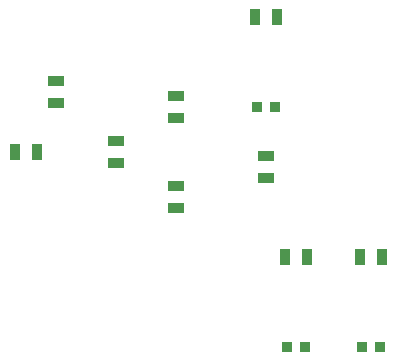
<source format=gbr>
G04 EAGLE Gerber RS-274X export*
G75*
%MOMM*%
%FSLAX34Y34*%
%LPD*%
%INSolderpaste Top*%
%IPPOS*%
%AMOC8*
5,1,8,0,0,1.08239X$1,22.5*%
G01*
%ADD10R,0.950000X0.950000*%
%ADD11R,0.900000X1.450000*%
%ADD12R,1.450000X0.900000*%


D10*
X405250Y133350D03*
X420250Y133350D03*
X468750Y133350D03*
X483750Y133350D03*
X379850Y336550D03*
X394850Y336550D03*
D11*
X403250Y209550D03*
X422250Y209550D03*
X485750Y209550D03*
X466750Y209550D03*
D12*
X387350Y276250D03*
X387350Y295250D03*
X260350Y288950D03*
X260350Y307950D03*
D11*
X193650Y298450D03*
X174650Y298450D03*
X377850Y412750D03*
X396850Y412750D03*
D12*
X311150Y327050D03*
X311150Y346050D03*
X311150Y250850D03*
X311150Y269850D03*
X209550Y339750D03*
X209550Y358750D03*
M02*

</source>
